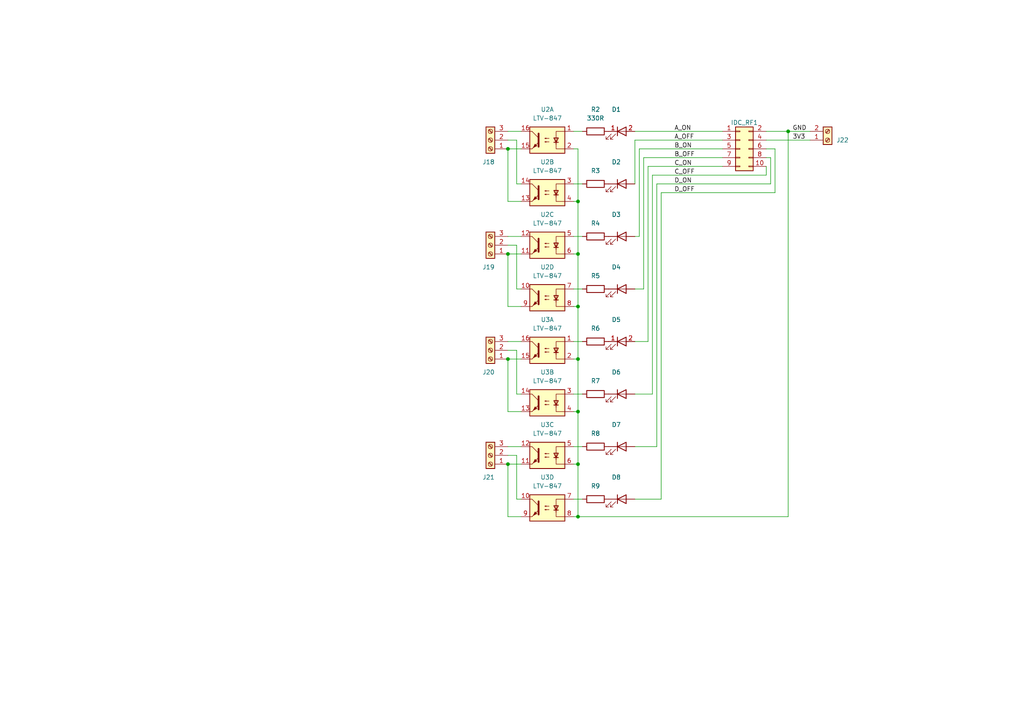
<source format=kicad_sch>
(kicad_sch (version 20230121) (generator eeschema)
  (paper "A4")
  (lib_symbols
    (symbol "Connector:Screw_Terminal_01x02" (pin_names (offset 1.016) hide)
      (property "Reference" "J" (at 0 2.54 0))
      (property "Value" "Screw_Terminal_01x02" (at 0 -5.08 0))
      (symbol "Screw_Terminal_01x02_1_1"
        (rectangle (start -1.27 1.27) (end 1.27 -3.81) (stroke (width 0.254)) (fill (type background)))
        (circle (center 0 -2.54) (radius 0.635) (stroke (width 0.1524)))
        (polyline (pts (xy -0.5334 -2.2098) (xy 0.3302 -3.048)) (stroke (width 0.1524)))
        (polyline (pts (xy -0.5334 0.3302) (xy 0.3302 -0.508)) (stroke (width 0.1524)))
        (polyline (pts (xy -0.3556 -2.032) (xy 0.508 -2.8702)) (stroke (width 0.1524)))
        (polyline (pts (xy -0.3556 0.508) (xy 0.508 -0.3302)) (stroke (width 0.1524)))
        (circle (center 0 0) (radius 0.635) (stroke (width 0.1524)))
        (pin passive line (at -5.08 0 0) (length 3.81) (name "Pin_1") (number "1"))
        (pin passive line (at -5.08 -2.54 0) (length 3.81) (name "Pin_2") (number "2"))
      )
    )
    (symbol "Connector:Screw_Terminal_01x03" (pin_names (offset 1.016) hide)
      (property "Reference" "J" (at 0 5.08 0))
      (property "Value" "Screw_Terminal_01x03" (at 0 -5.08 0))
      (symbol "Screw_Terminal_01x03_1_1"
        (rectangle (start -1.27 3.81) (end 1.27 -3.81) (stroke (width 0.254)) (fill (type background)))
        (circle (center 0 -2.54) (radius 0.635) (stroke (width 0.1524)))
        (polyline (pts (xy -0.5334 -2.2098) (xy 0.3302 -3.048)) (stroke (width 0.1524)))
        (polyline (pts (xy -0.5334 0.3302) (xy 0.3302 -0.508)) (stroke (width 0.1524)))
        (polyline (pts (xy -0.5334 2.8702) (xy 0.3302 2.032)) (stroke (width 0.1524)))
        (polyline (pts (xy -0.3556 -2.032) (xy 0.508 -2.8702)) (stroke (width 0.1524)))
        (polyline (pts (xy -0.3556 0.508) (xy 0.508 -0.3302)) (stroke (width 0.1524)))
        (polyline (pts (xy -0.3556 3.048) (xy 0.508 2.2098)) (stroke (width 0.1524)))
        (circle (center 0 0) (radius 0.635) (stroke (width 0.1524)))
        (circle (center 0 2.54) (radius 0.635) (stroke (width 0.1524)))
        (pin passive line (at -5.08 2.54 0) (length 3.81) (name "Pin_1") (number "1"))
        (pin passive line (at -5.08 0 0) (length 3.81) (name "Pin_2") (number "2"))
        (pin passive line (at -5.08 -2.54 0) (length 3.81) (name "Pin_3") (number "3"))
      )
    )
    (symbol "Connector_Generic:Conn_02x05_Odd_Even" (pin_names (offset 1.016) hide)
      (property "Reference" "J" (at 1.27 7.62 0))
      (property "Value" "Conn_02x05_Odd_Even" (at 1.27 -7.62 0))
      (symbol "Conn_02x05_Odd_Even_1_1"
        (rectangle (start -1.27 -4.953) (end 0 -5.207) (stroke (width 0.1524)))
        (rectangle (start -1.27 -2.413) (end 0 -2.667) (stroke (width 0.1524)))
        (rectangle (start -1.27 0.127) (end 0 -0.127) (stroke (width 0.1524)))
        (rectangle (start -1.27 2.667) (end 0 2.413) (stroke (width 0.1524)))
        (rectangle (start -1.27 5.207) (end 0 4.953) (stroke (width 0.1524)))
        (rectangle (start -1.27 6.35) (end 3.81 -6.35) (stroke (width 0.254)) (fill (type background)))
        (rectangle (start 3.81 -4.953) (end 2.54 -5.207) (stroke (width 0.1524)))
        (rectangle (start 3.81 -2.413) (end 2.54 -2.667) (stroke (width 0.1524)))
        (rectangle (start 3.81 0.127) (end 2.54 -0.127) (stroke (width 0.1524)))
        (rectangle (start 3.81 2.667) (end 2.54 2.413) (stroke (width 0.1524)))
        (rectangle (start 3.81 5.207) (end 2.54 4.953) (stroke (width 0.1524)))
        (pin passive line (at -5.08 5.08 0) (length 3.81) (name "Pin_1") (number "1"))
        (pin passive line (at 7.62 -5.08 180) (length 3.81) (name "Pin_10") (number "10"))
        (pin passive line (at 7.62 5.08 180) (length 3.81) (name "Pin_2") (number "2"))
        (pin passive line (at -5.08 2.54 0) (length 3.81) (name "Pin_3") (number "3"))
        (pin passive line (at 7.62 2.54 180) (length 3.81) (name "Pin_4") (number "4"))
        (pin passive line (at -5.08 0 0) (length 3.81) (name "Pin_5") (number "5"))
        (pin passive line (at 7.62 0 180) (length 3.81) (name "Pin_6") (number "6"))
        (pin passive line (at -5.08 -2.54 0) (length 3.81) (name "Pin_7") (number "7"))
        (pin passive line (at 7.62 -2.54 180) (length 3.81) (name "Pin_8") (number "8"))
        (pin passive line (at -5.08 -5.08 0) (length 3.81) (name "Pin_9") (number "9"))
      )
    )
    (symbol "Device:LED" (pin_numbers hide) (pin_names (offset 1.016) hide)
      (property "Reference" "D" (at 0 2.54 0))
      (property "Value" "LED" (at 0 -2.54 0))
      (symbol "LED_0_1"
        (polyline (pts (xy -1.27 -1.27) (xy -1.27 1.27)) (stroke (width 0.254)))
        (polyline (pts (xy -1.27 0) (xy 1.27 0)))
        (polyline (pts (xy 1.27 -1.27) (xy 1.27 1.27) (xy -1.27 0) (xy 1.27 -1.27)) (stroke (width 0.254)))
        (polyline (pts (xy -3.048 -0.762) (xy -4.572 -2.286) (xy -3.81 -2.286) (xy -4.572 -2.286) (xy -4.572 -1.524)))
        (polyline (pts (xy -1.778 -0.762) (xy -3.302 -2.286) (xy -2.54 -2.286) (xy -3.302 -2.286) (xy -3.302 -1.524)))
      )
      (symbol "LED_1_1"
        (pin passive line (at -3.81 0 0) (length 2.54) (name "K") (number "1"))
        (pin passive line (at 3.81 0 180) (length 2.54) (name "A") (number "2"))
      )
    )
    (symbol "Device:R" (pin_numbers hide) (pin_names (offset 0))
      (property "Reference" "R" (at 2.032 0 90))
      (property "Value" "R" (at 0 0 90))
      (symbol "R_0_1"
        (rectangle (start -1.016 -2.54) (end 1.016 2.54) (stroke (width 0.254)))
      )
      (symbol "R_1_1"
        (pin passive line (at 0 3.81 270) (length 1.27) (name "~") (number "1"))
        (pin passive line (at 0 -3.81 90) (length 1.27) (name "~") (number "2"))
      )
    )
    (symbol "Isolator:LTV-847" (pin_names (offset 1.016))
      (property "Reference" "U" (at -5.08 5.08 0))
      (property "Value" "LTV-847" (at 0 5.08 0))
      (symbol "LTV-847_0_1"
        (rectangle (start -5.08 3.81) (end 5.08 -3.81) (stroke (width 0.254)) (fill (type background)))
        (polyline (pts (xy -3.175 -0.635) (xy -1.905 -0.635)) (stroke (width 0.254)))
        (polyline (pts (xy 2.54 0.635) (xy 4.445 2.54)))
        (polyline (pts (xy 4.445 -2.54) (xy 2.54 -0.635)) (fill (type outline)))
        (polyline (pts (xy 4.445 -2.54) (xy 5.08 -2.54)))
        (polyline (pts (xy 4.445 2.54) (xy 5.08 2.54)))
        (polyline (pts (xy -2.54 -0.635) (xy -2.54 -2.54) (xy -5.08 -2.54)))
        (polyline (pts (xy 2.54 1.905) (xy 2.54 -1.905) (xy 2.54 -1.905)) (stroke (width 0.508)))
        (polyline (pts (xy -5.08 2.54) (xy -2.54 2.54) (xy -2.54 -1.27) (xy -2.54 0.635)))
        (polyline (pts (xy -2.54 -0.635) (xy -3.175 0.635) (xy -1.905 0.635) (xy -2.54 -0.635)) (stroke (width 0.254)))
        (polyline (pts (xy -0.508 -0.508) (xy 0.762 -0.508) (xy 0.381 -0.635) (xy 0.381 -0.381) (xy 0.762 -0.508)))
        (polyline (pts (xy -0.508 0.508) (xy 0.762 0.508) (xy 0.381 0.381) (xy 0.381 0.635) (xy 0.762 0.508)))
        (polyline (pts (xy 3.048 -1.651) (xy 3.556 -1.143) (xy 4.064 -2.159) (xy 3.048 -1.651) (xy 3.048 -1.651)) (fill (type outline)))
      )
      (symbol "LTV-847_1_1"
        (pin passive line (at -7.62 2.54 0) (length 2.54) (name "~") (number "1"))
        (pin passive line (at 7.62 -2.54 180) (length 2.54) (name "~") (number "15"))
        (pin passive line (at 7.62 2.54 180) (length 2.54) (name "~") (number "16"))
        (pin passive line (at -7.62 -2.54 0) (length 2.54) (name "~") (number "2"))
      )
      (symbol "LTV-847_2_1"
        (pin passive line (at 7.62 -2.54 180) (length 2.54) (name "~") (number "13"))
        (pin passive line (at 7.62 2.54 180) (length 2.54) (name "~") (number "14"))
        (pin passive line (at -7.62 2.54 0) (length 2.54) (name "~") (number "3"))
        (pin passive line (at -7.62 -2.54 0) (length 2.54) (name "~") (number "4"))
      )
      (symbol "LTV-847_3_1"
        (pin passive line (at 7.62 -2.54 180) (length 2.54) (name "~") (number "11"))
        (pin passive line (at 7.62 2.54 180) (length 2.54) (name "~") (number "12"))
        (pin passive line (at -7.62 2.54 0) (length 2.54) (name "~") (number "5"))
        (pin passive line (at -7.62 -2.54 0) (length 2.54) (name "~") (number "6"))
      )
      (symbol "LTV-847_4_1"
        (pin passive line (at 7.62 2.54 180) (length 2.54) (name "~") (number "10"))
        (pin passive line (at -7.62 2.54 0) (length 2.54) (name "~") (number "7"))
        (pin passive line (at -7.62 -2.54 0) (length 2.54) (name "~") (number "8"))
        (pin passive line (at 7.62 -2.54 180) (length 2.54) (name "~") (number "9"))
      )
    )
    (symbol "LED_1" (pin_names (offset 1.016) hide)
      (property "Reference" "D" (at 0 2.54 0))
      (property "Value" "LED_1" (at 0 -2.54 0))
      (symbol "LED_1_0_1"
        (polyline (pts (xy -1.27 -1.27) (xy -1.27 1.27)) (stroke (width 0.254)))
        (polyline (pts (xy -1.27 0) (xy 1.27 0)))
        (polyline (pts (xy 1.27 -1.27) (xy 1.27 1.27) (xy -1.27 0) (xy 1.27 -1.27)) (stroke (width 0.254)))
        (polyline (pts (xy -3.048 -0.762) (xy -4.572 -2.286) (xy -3.81 -2.286) (xy -4.572 -2.286) (xy -4.572 -1.524)))
        (polyline (pts (xy -1.778 -0.762) (xy -3.302 -2.286) (xy -2.54 -2.286) (xy -3.302 -2.286) (xy -3.302 -1.524)))
      )
      (symbol "LED_1_1_1"
        (pin passive line (at -3.81 0 0) (length 2.54) (name "K") (number "1"))
        (pin passive line (at 3.81 0 180) (length 2.54) (name "A") (number "2"))
      )
    )
    (symbol "LED_2" (pin_names (offset 1.016) hide)
      (property "Reference" "D" (at 0 2.54 0))
      (property "Value" "LED_2" (at 0 -2.54 0))
      (symbol "LED_2_0_1"
        (polyline (pts (xy -1.27 -1.27) (xy -1.27 1.27)) (stroke (width 0.254)))
        (polyline (pts (xy -1.27 0) (xy 1.27 0)))
        (polyline (pts (xy 1.27 -1.27) (xy 1.27 1.27) (xy -1.27 0) (xy 1.27 -1.27)) (stroke (width 0.254)))
        (polyline (pts (xy -3.048 -0.762) (xy -4.572 -2.286) (xy -3.81 -2.286) (xy -4.572 -2.286) (xy -4.572 -1.524)))
        (polyline (pts (xy -1.778 -0.762) (xy -3.302 -2.286) (xy -2.54 -2.286) (xy -3.302 -2.286) (xy -3.302 -1.524)))
      )
      (symbol "LED_2_1_1"
        (pin passive line (at -3.81 0 0) (length 2.54) (name "K") (number "1"))
        (pin passive line (at 3.81 0 180) (length 2.54) (name "A") (number "2"))
      )
    )
  )
  (junction (at 147.32 134.62))
  (junction (at 167.64 88.9))
  (junction (at 167.64 134.62))
  (junction (at 147.32 104.14))
  (junction (at 167.64 58.42))
  (junction (at 147.32 43.18))
  (junction (at 228.6 38.1))
  (junction (at 167.64 104.14))
  (junction (at 147.32 73.66))
  (junction (at 167.64 149.86))
  (junction (at 167.64 73.66))
  (junction (at 167.64 119.38))
  (wire (pts (xy 190.5 53.34) (xy 190.5 129.54)))
  (wire (pts (xy 224.79 55.88) (xy 224.79 43.18)))
  (wire (pts (xy 166.37 104.14) (xy 167.64 104.14)))
  (wire (pts (xy 147.32 38.1) (xy 151.13 38.1)))
  (wire (pts (xy 186.69 45.72) (xy 209.55 45.72)))
  (wire (pts (xy 228.6 149.86) (xy 228.6 38.1)))
  (wire (pts (xy 147.32 119.38) (xy 151.13 119.38)))
  (wire (pts (xy 168.91 83.82) (xy 166.37 83.82)))
  (wire (pts (xy 167.64 73.66) (xy 167.64 88.9)))
  (wire (pts (xy 167.64 134.62) (xy 167.64 149.86)))
  (wire (pts (xy 189.23 50.8) (xy 222.25 50.8)))
  (wire (pts (xy 223.52 53.34) (xy 223.52 45.72)))
  (wire (pts (xy 166.37 88.9) (xy 167.64 88.9)))
  (wire (pts (xy 149.86 144.78) (xy 149.86 132.08)))
  (wire (pts (xy 166.37 58.42) (xy 167.64 58.42)))
  (wire (pts (xy 147.32 134.62) (xy 151.13 134.62)))
  (wire (pts (xy 147.32 43.18) (xy 147.32 58.42)))
  (wire (pts (xy 167.64 43.18) (xy 167.64 58.42)))
  (wire (pts (xy 167.64 88.9) (xy 167.64 104.14)))
  (wire (pts (xy 186.69 83.82) (xy 186.69 45.72)))
  (wire (pts (xy 151.13 53.34) (xy 149.86 53.34)))
  (wire (pts (xy 147.32 88.9) (xy 151.13 88.9)))
  (wire (pts (xy 147.32 43.18) (xy 151.13 43.18)))
  (wire (pts (xy 185.42 43.18) (xy 209.55 43.18)))
  (wire (pts (xy 151.13 144.78) (xy 149.86 144.78)))
  (wire (pts (xy 222.25 40.64) (xy 234.95 40.64)))
  (wire (pts (xy 166.37 149.86) (xy 167.64 149.86)))
  (wire (pts (xy 187.96 48.26) (xy 187.96 99.06)))
  (wire (pts (xy 191.77 55.88) (xy 224.79 55.88)))
  (wire (pts (xy 166.37 73.66) (xy 167.64 73.66)))
  (wire (pts (xy 189.23 114.3) (xy 189.23 50.8)))
  (wire (pts (xy 151.13 149.86) (xy 147.32 149.86)))
  (wire (pts (xy 168.91 114.3) (xy 166.37 114.3)))
  (wire (pts (xy 167.64 119.38) (xy 167.64 134.62)))
  (wire (pts (xy 168.91 38.1) (xy 166.37 38.1)))
  (wire (pts (xy 184.15 38.1) (xy 209.55 38.1)))
  (wire (pts (xy 191.77 55.88) (xy 191.77 144.78)))
  (wire (pts (xy 147.32 101.6) (xy 149.86 101.6)))
  (wire (pts (xy 189.23 114.3) (xy 184.15 114.3)))
  (wire (pts (xy 184.15 83.82) (xy 186.69 83.82)))
  (wire (pts (xy 228.6 38.1) (xy 234.95 38.1)))
  (wire (pts (xy 147.32 99.06) (xy 151.13 99.06)))
  (wire (pts (xy 190.5 129.54) (xy 184.15 129.54)))
  (wire (pts (xy 222.25 38.1) (xy 228.6 38.1)))
  (wire (pts (xy 168.91 99.06) (xy 166.37 99.06)))
  (wire (pts (xy 187.96 99.06) (xy 184.15 99.06)))
  (wire (pts (xy 168.91 68.58) (xy 166.37 68.58)))
  (wire (pts (xy 185.42 43.18) (xy 185.42 68.58)))
  (wire (pts (xy 149.86 53.34) (xy 149.86 40.64)))
  (wire (pts (xy 167.64 104.14) (xy 167.64 119.38)))
  (wire (pts (xy 223.52 45.72) (xy 222.25 45.72)))
  (wire (pts (xy 166.37 43.18) (xy 167.64 43.18)))
  (wire (pts (xy 151.13 83.82) (xy 149.86 83.82)))
  (wire (pts (xy 147.32 68.58) (xy 151.13 68.58)))
  (wire (pts (xy 187.96 48.26) (xy 209.55 48.26)))
  (wire (pts (xy 147.32 71.12) (xy 149.86 71.12)))
  (wire (pts (xy 168.91 144.78) (xy 166.37 144.78)))
  (wire (pts (xy 184.15 40.64) (xy 184.15 53.34)))
  (wire (pts (xy 147.32 129.54) (xy 151.13 129.54)))
  (wire (pts (xy 167.64 58.42) (xy 167.64 73.66)))
  (wire (pts (xy 224.79 43.18) (xy 222.25 43.18)))
  (wire (pts (xy 147.32 73.66) (xy 147.32 88.9)))
  (wire (pts (xy 147.32 134.62) (xy 147.32 149.86)))
  (wire (pts (xy 147.32 104.14) (xy 151.13 104.14)))
  (wire (pts (xy 167.64 149.86) (xy 228.6 149.86)))
  (wire (pts (xy 168.91 53.34) (xy 166.37 53.34)))
  (wire (pts (xy 147.32 73.66) (xy 151.13 73.66)))
  (wire (pts (xy 149.86 71.12) (xy 149.86 83.82)))
  (wire (pts (xy 151.13 114.3) (xy 149.86 114.3)))
  (wire (pts (xy 184.15 144.78) (xy 191.77 144.78)))
  (wire (pts (xy 147.32 58.42) (xy 151.13 58.42)))
  (wire (pts (xy 166.37 119.38) (xy 167.64 119.38)))
  (wire (pts (xy 168.91 129.54) (xy 166.37 129.54)))
  (wire (pts (xy 184.15 40.64) (xy 209.55 40.64)))
  (wire (pts (xy 222.25 50.8) (xy 222.25 48.26)))
  (wire (pts (xy 147.32 132.08) (xy 149.86 132.08)))
  (wire (pts (xy 149.86 101.6) (xy 149.86 114.3)))
  (wire (pts (xy 147.32 104.14) (xy 147.32 119.38)))
  (wire (pts (xy 147.32 40.64) (xy 149.86 40.64)))
  (wire (pts (xy 184.15 68.58) (xy 185.42 68.58)))
  (wire (pts (xy 190.5 53.34) (xy 223.52 53.34)))
  (wire (pts (xy 166.37 134.62) (xy 167.64 134.62)))
  (label "D_OFF" (at 195.58 55.88 0))
  (label "3V3" (at 229.87 40.64 0))
  (label "B_ON" (at 195.58 43.18 0))
  (label "C_OFF" (at 195.58 50.8 0))
  (label "GND" (at 229.87 38.1 0))
  (label "B_OFF" (at 195.58 45.72 0))
  (label "A_OFF" (at 195.58 40.64 0))
  (label "C_ON" (at 195.58 48.26 0))
  (label "D_ON" (at 195.58 53.34 0))
  (label "A_ON" (at 195.58 38.1 0))
  (symbol (lib_id "Connector_Generic:Conn_02x05_Odd_Even") (at 214.63 43.18 0) (unit 1)
    (property "Reference" "IDC_RF1" (at 215.9 35.56 0))
    (property "Value" "IDC_SW" (effects hide))
    (property "Footprint" "Connector_IDC:IDC-Header_2x05_P2.54mm_Vertical" (effects hide))
  )
  (symbol (lib_id "Device:LED") (at 180.34 83.82 0) (unit 1)
    (property "Reference" "D4" (at 178.7525 77.47 0))
    (property "Value" "LED-OFF" (effects hide))
    (property "Footprint" "LED_THT:LED_D3.0mm" (effects hide))
  )
  (symbol (lib_id "Device:LED") (at 180.34 68.58 0) (unit 1)
    (property "Reference" "D3" (at 178.7525 62.23 0))
    (property "Value" "LED-ON" (effects hide))
    (property "Footprint" "LED_THT:LED_D3.0mm" (effects hide))
  )
  (symbol (lib_id "Device:R") (at 172.72 129.54 90) (unit 1)
    (property "Reference" "R8" (at 172.72 125.73 90))
    (property "Value" "330R" (effects hide))
    (property "Footprint" "Resistor_THT:R_Axial_DIN0207_L6.3mm_D2.5mm_P7.62mm_Horizontal" (effects hide))
  )
  (symbol (lib_id "Isolator:LTV-847") (at 158.75 40.64 0) (mirror y) (unit 1)
    (property "Reference" "U2" (at 158.75 31.75 0))
    (property "Value" "LTV-847" (at 158.75 34.29 0))
    (property "Footprint" "Package_DIP:DIP-16_W7.62mm" (effects hide))
    (property "Datasheet" "http://optoelectronics.liteon.com/upload/download/DS-70-96-0016/LTV-8X7%20series.PDF" (effects hide))
  )
  (symbol (lib_id "Connector:Screw_Terminal_01x03") (at 142.24 71.12 180) (unit 1)
    (property "Reference" "J19" (at 143.51 77.47 0) (effects (justify left)))
    (property "Value" "Screw_Terminal_01x03" (effects hide))
    (property "Footprint" "TerminalBlock:TerminalBlock_bornier-3_P5.08mm" (effects hide))
  )
  (symbol (lib_id "Device:R") (at 172.72 99.06 90) (unit 1)
    (property "Reference" "R6" (at 172.72 95.25 90))
    (property "Value" "330R" (effects hide))
    (property "Footprint" "Resistor_THT:R_Axial_DIN0207_L6.3mm_D2.5mm_P7.62mm_Horizontal" (effects hide))
  )
  (symbol (lib_id "Isolator:LTV-847") (at 158.75 55.88 0) (mirror y) (unit 2)
    (property "Reference" "U2" (at 158.75 46.99 0))
    (property "Value" "LTV-847" (at 158.75 49.53 0))
    (property "Footprint" "Package_DIP:DIP-16_W7.62mm" (effects hide))
    (property "Datasheet" "http://optoelectronics.liteon.com/upload/download/DS-70-96-0016/LTV-8X7%20series.PDF" (effects hide))
  )
  (symbol (lib_id "Connector:Screw_Terminal_01x03") (at 142.24 132.08 180) (unit 1)
    (property "Reference" "J21" (at 143.51 138.43 0) (effects (justify left)))
    (property "Value" "Screw_Terminal_01x03" (effects hide))
    (property "Footprint" "TerminalBlock:TerminalBlock_bornier-3_P5.08mm" (effects hide))
  )
  (symbol (lib_id "Isolator:LTV-847") (at 158.75 116.84 0) (mirror y) (unit 2)
    (property "Reference" "U3" (at 158.75 107.95 0))
    (property "Value" "LTV-847" (at 158.75 110.49 0))
    (property "Footprint" "Package_DIP:DIP-16_W7.62mm" (effects hide))
    (property "Datasheet" "http://optoelectronics.liteon.com/upload/download/DS-70-96-0016/LTV-8X7%20series.PDF" (effects hide))
  )
  (symbol (lib_id "Device:LED") (at 180.34 144.78 0) (unit 1)
    (property "Reference" "D8" (at 178.7525 138.43 0))
    (property "Value" "LED-OFF" (effects hide))
    (property "Footprint" "LED_THT:LED_D3.0mm" (effects hide))
  )
  (symbol (lib_id "Isolator:LTV-847") (at 158.75 101.6 0) (mirror y) (unit 1)
    (property "Reference" "U3" (at 158.75 92.71 0))
    (property "Value" "LTV-847" (at 158.75 95.25 0))
    (property "Footprint" "Package_DIP:DIP-16_W7.62mm" (effects hide))
    (property "Datasheet" "http://optoelectronics.liteon.com/upload/download/DS-70-96-0016/LTV-8X7%20series.PDF" (effects hide))
  )
  (symbol (lib_id "Connector:Screw_Terminal_01x03") (at 142.24 40.64 180) (unit 1)
    (property "Reference" "J18" (at 143.51 46.99 0) (effects (justify left)))
    (property "Value" "Screw_Terminal_01x03" (effects hide))
    (property "Footprint" "TerminalBlock:TerminalBlock_bornier-3_P5.08mm" (effects hide))
  )
  (symbol (lib_id "Device:R") (at 172.72 144.78 90) (unit 1)
    (property "Reference" "R9" (at 172.72 140.97 90))
    (property "Value" "330R" (effects hide))
    (property "Footprint" "Resistor_THT:R_Axial_DIN0207_L6.3mm_D2.5mm_P7.62mm_Horizontal" (effects hide))
  )
  (symbol (lib_id "Device:R") (at 172.72 38.1 90) (unit 1)
    (property "Reference" "R2" (at 172.72 31.75 90))
    (property "Value" "330R" (at 172.72 34.29 90))
    (property "Footprint" "Resistor_THT:R_Axial_DIN0207_L6.3mm_D2.5mm_P7.62mm_Horizontal" (effects hide))
  )
  (symbol (lib_id "Device:R") (at 172.72 68.58 90) (unit 1)
    (property "Reference" "R4" (at 172.72 64.77 90))
    (property "Value" "330R" (effects hide))
    (property "Footprint" "Resistor_THT:R_Axial_DIN0207_L6.3mm_D2.5mm_P7.62mm_Horizontal" (effects hide))
  )
  (symbol (lib_id "Device:LED") (at 180.34 114.3 0) (unit 1)
    (property "Reference" "D6" (at 178.7525 107.95 0))
    (property "Value" "LED-OFF" (effects hide))
    (property "Footprint" "LED_THT:LED_D3.0mm" (effects hide))
  )
  (symbol (lib_id "Device:R") (at 172.72 53.34 90) (unit 1)
    (property "Reference" "R3" (at 172.72 49.53 90))
    (property "Value" "330R" (effects hide))
    (property "Footprint" "Resistor_THT:R_Axial_DIN0207_L6.3mm_D2.5mm_P7.62mm_Horizontal" (effects hide))
  )
  (symbol (lib_id "Connector:Screw_Terminal_01x03") (at 142.24 101.6 180) (unit 1)
    (property "Reference" "J20" (at 143.51 107.95 0) (effects (justify left)))
    (property "Value" "Screw_Terminal_01x03" (effects hide))
    (property "Footprint" "TerminalBlock:TerminalBlock_bornier-3_P5.08mm" (effects hide))
  )
  (symbol (lib_id "Device:LED") (at 180.34 129.54 0) (unit 1)
    (property "Reference" "D7" (at 178.7525 123.19 0))
    (property "Value" "LED-ON" (effects hide))
    (property "Footprint" "LED_THT:LED_D3.0mm" (effects hide))
  )
  (symbol (lib_id "Isolator:LTV-847") (at 158.75 132.08 0) (mirror y) (unit 3)
    (property "Reference" "U3" (at 158.75 123.19 0))
    (property "Value" "LTV-847" (at 158.75 125.73 0))
    (property "Footprint" "Package_DIP:DIP-16_W7.62mm" (effects hide))
    (property "Datasheet" "http://optoelectronics.liteon.com/upload/download/DS-70-96-0016/LTV-8X7%20series.PDF" (effects hide))
  )
  (symbol (lib_name "LED_1") (lib_id "Device:LED") (at 180.34 99.06 0) (unit 1)
    (property "Reference" "D5" (at 178.7525 92.71 0))
    (property "Value" "LED-ON" (effects hide))
    (property "Footprint" "LED_THT:LED_D3.0mm" (effects hide))
  )
  (symbol (lib_id "Isolator:LTV-847") (at 158.75 71.12 0) (mirror y) (unit 3)
    (property "Reference" "U2" (at 158.75 62.23 0))
    (property "Value" "LTV-847" (at 158.75 64.77 0))
    (property "Footprint" "Package_DIP:DIP-16_W7.62mm" (effects hide))
    (property "Datasheet" "http://optoelectronics.liteon.com/upload/download/DS-70-96-0016/LTV-8X7%20series.PDF" (effects hide))
  )
  (symbol (lib_id "Device:LED") (at 180.34 53.34 0) (unit 1)
    (property "Reference" "D2" (at 178.7525 46.99 0))
    (property "Value" "LED-OFF" (effects hide))
    (property "Footprint" "LED_THT:LED_D3.0mm" (effects hide))
  )
  (symbol (lib_id "Isolator:LTV-847") (at 158.75 86.36 0) (mirror y) (unit 4)
    (property "Reference" "U2" (at 158.75 77.47 0))
    (property "Value" "LTV-847" (at 158.75 80.01 0))
    (property "Footprint" "Package_DIP:DIP-16_W7.62mm" (effects hide))
    (property "Datasheet" "http://optoelectronics.liteon.com/upload/download/DS-70-96-0016/LTV-8X7%20series.PDF" (effects hide))
  )
  (symbol (lib_id "Connector:Screw_Terminal_01x02") (at 240.03 40.64 0) (mirror x) (unit 1)
    (property "Reference" "J22" (at 242.57 40.6401 0) (effects (justify left)))
    (property "Value" "Screw_Terminal_01x02" (effects hide))
    (property "Footprint" "TerminalBlock:TerminalBlock_bornier-2_P5.08mm" (effects hide))
  )
  (symbol (lib_id "Device:R") (at 172.72 114.3 90) (unit 1)
    (property "Reference" "R7" (at 172.72 110.49 90))
    (property "Value" "330R" (effects hide))
    (property "Footprint" "Resistor_THT:R_Axial_DIN0207_L6.3mm_D2.5mm_P7.62mm_Horizontal" (effects hide))
  )
  (symbol (lib_id "Device:R") (at 172.72 83.82 90) (unit 1)
    (property "Reference" "R5" (at 172.72 80.01 90))
    (property "Value" "330R" (effects hide))
    (property "Footprint" "Resistor_THT:R_Axial_DIN0207_L6.3mm_D2.5mm_P7.62mm_Horizontal" (effects hide))
  )
  (symbol (lib_id "Isolator:LTV-847") (at 158.75 147.32 0) (mirror y) (unit 4)
    (property "Reference" "U3" (at 158.75 138.43 0))
    (property "Value" "LTV-847" (at 158.75 140.97 0))
    (property "Footprint" "Package_DIP:DIP-16_W7.62mm" (effects hide))
    (property "Datasheet" "http://optoelectronics.liteon.com/upload/download/DS-70-96-0016/LTV-8X7%20series.PDF" (effects hide))
  )
  (symbol (lib_name "LED_2") (lib_id "Device:LED") (at 180.34 38.1 0) (unit 1)
    (property "Reference" "D1" (at 178.7525 31.75 0))
    (property "Value" "LED-ON" (effects hide))
    (property "Footprint" "LED_THT:LED_D3.0mm" (effects hide))
  )
)
</source>
